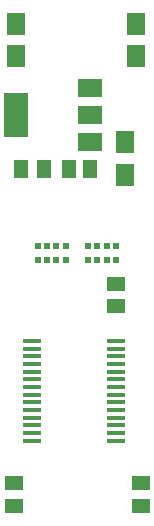
<source format=gbr>
%TF.GenerationSoftware,Altium Limited,Altium Designer,19.1.8 (144)*%
G04 Layer_Color=128*
%FSLAX26Y26*%
%MOIN*%
%TF.FileFunction,Paste,Bot*%
%TF.Part,Single*%
G01*
G75*
%TA.AperFunction,SMDPad,CuDef*%
%ADD31R,0.062992X0.051181*%
%ADD32R,0.059500X0.017000*%
%ADD33R,0.019685X0.023622*%
%ADD34R,0.051181X0.062992*%
%ADD35R,0.079000X0.059000*%
%ADD36R,0.079000X0.150000*%
%ADD37R,0.059055X0.076772*%
%TA.AperFunction,ConnectorPad*%
%ADD38R,0.059055X0.076772*%
%TA.AperFunction,SMDPad,CuDef*%
%ADD39R,0.051181X0.059055*%
D31*
X131175Y93577D02*
D03*
Y18773D02*
D03*
X553175Y93577D02*
D03*
Y18773D02*
D03*
X471521Y683921D02*
D03*
Y758725D02*
D03*
D32*
X192425Y568513D02*
D03*
Y542923D02*
D03*
Y517333D02*
D03*
Y491741D02*
D03*
Y466151D02*
D03*
Y440561D02*
D03*
Y414971D02*
D03*
Y389379D02*
D03*
Y363789D02*
D03*
Y338199D02*
D03*
Y312609D02*
D03*
Y287017D02*
D03*
Y261427D02*
D03*
Y235837D02*
D03*
X471925D02*
D03*
Y261427D02*
D03*
Y287017D02*
D03*
Y312609D02*
D03*
Y338199D02*
D03*
Y363789D02*
D03*
Y389379D02*
D03*
Y414971D02*
D03*
Y440561D02*
D03*
Y466151D02*
D03*
Y491741D02*
D03*
Y517333D02*
D03*
Y542923D02*
D03*
Y568513D02*
D03*
D33*
X377033Y836605D02*
D03*
X408529D02*
D03*
X440025D02*
D03*
X471521D02*
D03*
X377033Y885605D02*
D03*
X408529D02*
D03*
X440025D02*
D03*
X471521D02*
D03*
X303671D02*
D03*
X272175D02*
D03*
X240679D02*
D03*
X209183D02*
D03*
X303671Y836605D02*
D03*
X272175D02*
D03*
X240679D02*
D03*
X209183D02*
D03*
D34*
X154773Y1142175D02*
D03*
X229577D02*
D03*
D35*
X383865Y1410825D02*
D03*
Y1320825D02*
D03*
Y1230825D02*
D03*
D36*
X135865Y1321825D02*
D03*
D37*
X502175Y1230825D02*
D03*
Y1122557D02*
D03*
D38*
X537175Y1518041D02*
D03*
Y1626309D02*
D03*
X137175Y1518041D02*
D03*
Y1626309D02*
D03*
D39*
X314967Y1142175D02*
D03*
X383865D02*
D03*
%TF.MD5,e3194b2435c020453c7a5acf4db234dd*%
M02*

</source>
